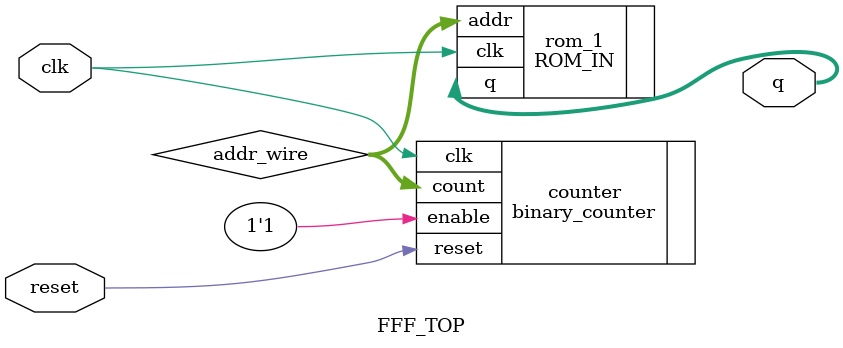
<source format=v>
module FFF_TOP
#(parameter DATA_WIDTH=32, parameter ADDR_WIDTH=64)
(
    input clk,
    input reset,
	 
	 output [(DATA_WIDTH-1):0] q
);

wire [(DATA_WIDTH-1):0]addr_wire;


ROM_IN 
#(.DATA_WIDTH(DATA_WIDTH), .ADDR_WIDTH(ADDR_WIDTH))
rom_1
(
	.addr(addr_wire),
	.clk(clk), 
	.q(q)
);

binary_counter
#(.WIDTH(DATA_WIDTH))
counter
(
	.clk(clk), 
	.enable(1'b1), 
	.reset(reset),
	.count(addr_wire)
);


//Counter_With_Parameter
//#(
//	// Parameter Declarations
//	.MAXIMUM_VALUE(9'b100011000),
//	.INIT_VALUE(9'b000000001)
//)
//counter
//(
//	// Input Ports
//	.clk(clk),
//	.reset(reset),
//	.enable(1'b1),
//	
//	// Output Ports
//	.counter(addr_wire)
//);


endmodule
</source>
